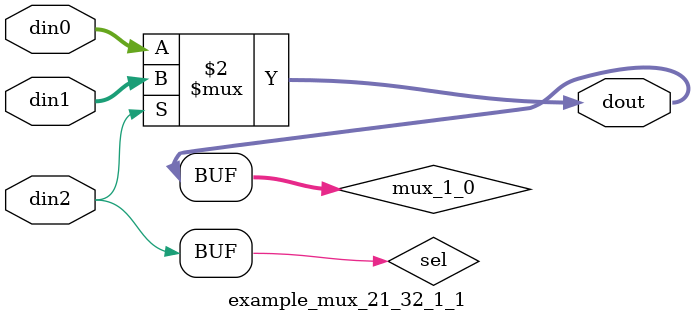
<source format=v>

`timescale 1ns/1ps

module example_mux_21_32_1_1 #(
parameter
    ID                = 0,
    NUM_STAGE         = 1,
    din0_WIDTH       = 32,
    din1_WIDTH       = 32,
    din2_WIDTH         = 32,
    dout_WIDTH            = 32
)(
    input  [31 : 0]     din0,
    input  [31 : 0]     din1,
    input  [0 : 0]    din2,
    output [31 : 0]   dout);

// puts internal signals
wire [0 : 0]     sel;
// level 1 signals
wire [31 : 0]         mux_1_0;

assign sel = din2;

// Generate level 1 logic
assign mux_1_0 = (sel[0] == 0)? din0 : din1;

// output logic
assign dout = mux_1_0;

endmodule

</source>
